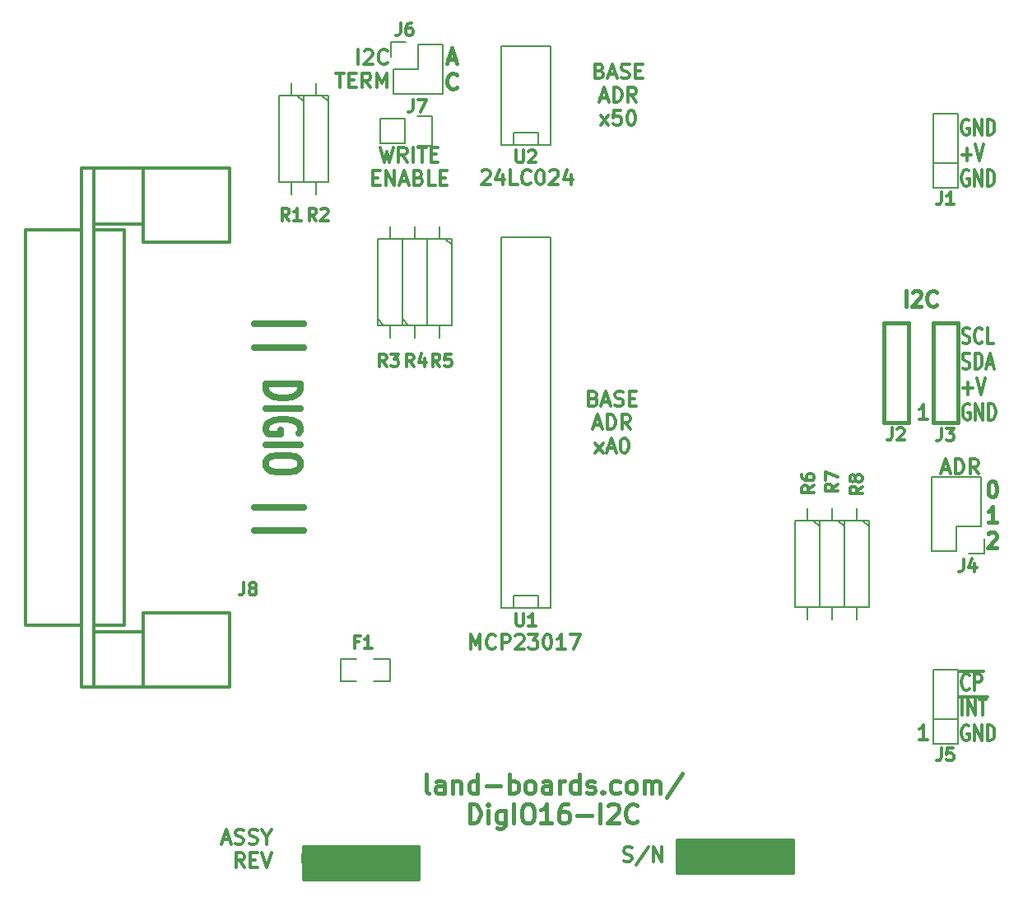
<source format=gto>
G04 #@! TF.FileFunction,Legend,Top*
%FSLAX46Y46*%
G04 Gerber Fmt 4.6, Leading zero omitted, Abs format (unit mm)*
G04 Created by KiCad (PCBNEW (after 2015-mar-04 BZR unknown)-product) date 4/25/2015 5:34:19 PM*
%MOMM*%
G01*
G04 APERTURE LIST*
%ADD10C,0.150000*%
%ADD11C,0.300000*%
%ADD12C,0.396875*%
%ADD13C,0.381000*%
%ADD14C,0.635000*%
%ADD15C,0.304800*%
%ADD16C,0.152400*%
%ADD17C,0.127000*%
%ADD18C,0.317500*%
G04 APERTURE END LIST*
D10*
D11*
X120782000Y-83679571D02*
X121139143Y-85179571D01*
X121424857Y-84108143D01*
X121710571Y-85179571D01*
X122067714Y-83679571D01*
X123496286Y-85179571D02*
X122996286Y-84465286D01*
X122639143Y-85179571D02*
X122639143Y-83679571D01*
X123210571Y-83679571D01*
X123353429Y-83751000D01*
X123424857Y-83822429D01*
X123496286Y-83965286D01*
X123496286Y-84179571D01*
X123424857Y-84322429D01*
X123353429Y-84393857D01*
X123210571Y-84465286D01*
X122639143Y-84465286D01*
X124139143Y-85179571D02*
X124139143Y-83679571D01*
X124639143Y-83679571D02*
X125496286Y-83679571D01*
X125067715Y-85179571D02*
X125067715Y-83679571D01*
X125996286Y-84393857D02*
X126496286Y-84393857D01*
X126710572Y-85179571D02*
X125996286Y-85179571D01*
X125996286Y-83679571D01*
X126710572Y-83679571D01*
X119996286Y-86793857D02*
X120496286Y-86793857D01*
X120710572Y-87579571D02*
X119996286Y-87579571D01*
X119996286Y-86079571D01*
X120710572Y-86079571D01*
X121353429Y-87579571D02*
X121353429Y-86079571D01*
X122210572Y-87579571D01*
X122210572Y-86079571D01*
X122853429Y-87151000D02*
X123567715Y-87151000D01*
X122710572Y-87579571D02*
X123210572Y-86079571D01*
X123710572Y-87579571D01*
X124710572Y-86793857D02*
X124924858Y-86865286D01*
X124996286Y-86936714D01*
X125067715Y-87079571D01*
X125067715Y-87293857D01*
X124996286Y-87436714D01*
X124924858Y-87508143D01*
X124782000Y-87579571D01*
X124210572Y-87579571D01*
X124210572Y-86079571D01*
X124710572Y-86079571D01*
X124853429Y-86151000D01*
X124924858Y-86222429D01*
X124996286Y-86365286D01*
X124996286Y-86508143D01*
X124924858Y-86651000D01*
X124853429Y-86722429D01*
X124710572Y-86793857D01*
X124210572Y-86793857D01*
X126424858Y-87579571D02*
X125710572Y-87579571D01*
X125710572Y-86079571D01*
X126924858Y-86793857D02*
X127424858Y-86793857D01*
X127639144Y-87579571D02*
X126924858Y-87579571D01*
X126924858Y-86079571D01*
X127639144Y-86079571D01*
X131204144Y-86165429D02*
X131275573Y-86094000D01*
X131418430Y-86022571D01*
X131775573Y-86022571D01*
X131918430Y-86094000D01*
X131989859Y-86165429D01*
X132061287Y-86308286D01*
X132061287Y-86451143D01*
X131989859Y-86665429D01*
X131132716Y-87522571D01*
X132061287Y-87522571D01*
X133347001Y-86522571D02*
X133347001Y-87522571D01*
X132989858Y-85951143D02*
X132632715Y-87022571D01*
X133561287Y-87022571D01*
X134847001Y-87522571D02*
X134132715Y-87522571D01*
X134132715Y-86022571D01*
X136204144Y-87379714D02*
X136132715Y-87451143D01*
X135918429Y-87522571D01*
X135775572Y-87522571D01*
X135561287Y-87451143D01*
X135418429Y-87308286D01*
X135347001Y-87165429D01*
X135275572Y-86879714D01*
X135275572Y-86665429D01*
X135347001Y-86379714D01*
X135418429Y-86236857D01*
X135561287Y-86094000D01*
X135775572Y-86022571D01*
X135918429Y-86022571D01*
X136132715Y-86094000D01*
X136204144Y-86165429D01*
X137132715Y-86022571D02*
X137275572Y-86022571D01*
X137418429Y-86094000D01*
X137489858Y-86165429D01*
X137561287Y-86308286D01*
X137632715Y-86594000D01*
X137632715Y-86951143D01*
X137561287Y-87236857D01*
X137489858Y-87379714D01*
X137418429Y-87451143D01*
X137275572Y-87522571D01*
X137132715Y-87522571D01*
X136989858Y-87451143D01*
X136918429Y-87379714D01*
X136847001Y-87236857D01*
X136775572Y-86951143D01*
X136775572Y-86594000D01*
X136847001Y-86308286D01*
X136918429Y-86165429D01*
X136989858Y-86094000D01*
X137132715Y-86022571D01*
X138204143Y-86165429D02*
X138275572Y-86094000D01*
X138418429Y-86022571D01*
X138775572Y-86022571D01*
X138918429Y-86094000D01*
X138989858Y-86165429D01*
X139061286Y-86308286D01*
X139061286Y-86451143D01*
X138989858Y-86665429D01*
X138132715Y-87522571D01*
X139061286Y-87522571D01*
X140347000Y-86522571D02*
X140347000Y-87522571D01*
X139989857Y-85951143D02*
X139632714Y-87022571D01*
X140561286Y-87022571D01*
X130021573Y-135274571D02*
X130021573Y-133774571D01*
X130521573Y-134846000D01*
X131021573Y-133774571D01*
X131021573Y-135274571D01*
X132593002Y-135131714D02*
X132521573Y-135203143D01*
X132307287Y-135274571D01*
X132164430Y-135274571D01*
X131950145Y-135203143D01*
X131807287Y-135060286D01*
X131735859Y-134917429D01*
X131664430Y-134631714D01*
X131664430Y-134417429D01*
X131735859Y-134131714D01*
X131807287Y-133988857D01*
X131950145Y-133846000D01*
X132164430Y-133774571D01*
X132307287Y-133774571D01*
X132521573Y-133846000D01*
X132593002Y-133917429D01*
X133235859Y-135274571D02*
X133235859Y-133774571D01*
X133807287Y-133774571D01*
X133950145Y-133846000D01*
X134021573Y-133917429D01*
X134093002Y-134060286D01*
X134093002Y-134274571D01*
X134021573Y-134417429D01*
X133950145Y-134488857D01*
X133807287Y-134560286D01*
X133235859Y-134560286D01*
X134664430Y-133917429D02*
X134735859Y-133846000D01*
X134878716Y-133774571D01*
X135235859Y-133774571D01*
X135378716Y-133846000D01*
X135450145Y-133917429D01*
X135521573Y-134060286D01*
X135521573Y-134203143D01*
X135450145Y-134417429D01*
X134593002Y-135274571D01*
X135521573Y-135274571D01*
X136021573Y-133774571D02*
X136950144Y-133774571D01*
X136450144Y-134346000D01*
X136664430Y-134346000D01*
X136807287Y-134417429D01*
X136878716Y-134488857D01*
X136950144Y-134631714D01*
X136950144Y-134988857D01*
X136878716Y-135131714D01*
X136807287Y-135203143D01*
X136664430Y-135274571D01*
X136235858Y-135274571D01*
X136093001Y-135203143D01*
X136021573Y-135131714D01*
X137878715Y-133774571D02*
X138021572Y-133774571D01*
X138164429Y-133846000D01*
X138235858Y-133917429D01*
X138307287Y-134060286D01*
X138378715Y-134346000D01*
X138378715Y-134703143D01*
X138307287Y-134988857D01*
X138235858Y-135131714D01*
X138164429Y-135203143D01*
X138021572Y-135274571D01*
X137878715Y-135274571D01*
X137735858Y-135203143D01*
X137664429Y-135131714D01*
X137593001Y-134988857D01*
X137521572Y-134703143D01*
X137521572Y-134346000D01*
X137593001Y-134060286D01*
X137664429Y-133917429D01*
X137735858Y-133846000D01*
X137878715Y-133774571D01*
X139807286Y-135274571D02*
X138950143Y-135274571D01*
X139378715Y-135274571D02*
X139378715Y-133774571D01*
X139235858Y-133988857D01*
X139093000Y-134131714D01*
X138950143Y-134203143D01*
X140307286Y-133774571D02*
X141307286Y-133774571D01*
X140664429Y-135274571D01*
D12*
X127722024Y-74622896D02*
X128477976Y-74622896D01*
X127570833Y-75076468D02*
X128100000Y-73488968D01*
X128629167Y-75076468D01*
X128591369Y-77544652D02*
X128515774Y-77620248D01*
X128288988Y-77695843D01*
X128137798Y-77695843D01*
X127911012Y-77620248D01*
X127759821Y-77469057D01*
X127684226Y-77317867D01*
X127608631Y-77015486D01*
X127608631Y-76788700D01*
X127684226Y-76486319D01*
X127759821Y-76335128D01*
X127911012Y-76183938D01*
X128137798Y-76108343D01*
X128288988Y-76108343D01*
X128515774Y-76183938D01*
X128591369Y-76259533D01*
D11*
X118464286Y-75146571D02*
X118464286Y-73646571D01*
X119107143Y-73789429D02*
X119178572Y-73718000D01*
X119321429Y-73646571D01*
X119678572Y-73646571D01*
X119821429Y-73718000D01*
X119892858Y-73789429D01*
X119964286Y-73932286D01*
X119964286Y-74075143D01*
X119892858Y-74289429D01*
X119035715Y-75146571D01*
X119964286Y-75146571D01*
X121464286Y-75003714D02*
X121392857Y-75075143D01*
X121178571Y-75146571D01*
X121035714Y-75146571D01*
X120821429Y-75075143D01*
X120678571Y-74932286D01*
X120607143Y-74789429D01*
X120535714Y-74503714D01*
X120535714Y-74289429D01*
X120607143Y-74003714D01*
X120678571Y-73860857D01*
X120821429Y-73718000D01*
X121035714Y-73646571D01*
X121178571Y-73646571D01*
X121392857Y-73718000D01*
X121464286Y-73789429D01*
X116178571Y-76046571D02*
X117035714Y-76046571D01*
X116607143Y-77546571D02*
X116607143Y-76046571D01*
X117535714Y-76760857D02*
X118035714Y-76760857D01*
X118250000Y-77546571D02*
X117535714Y-77546571D01*
X117535714Y-76046571D01*
X118250000Y-76046571D01*
X119750000Y-77546571D02*
X119250000Y-76832286D01*
X118892857Y-77546571D02*
X118892857Y-76046571D01*
X119464285Y-76046571D01*
X119607143Y-76118000D01*
X119678571Y-76189429D01*
X119750000Y-76332286D01*
X119750000Y-76546571D01*
X119678571Y-76689429D01*
X119607143Y-76760857D01*
X119464285Y-76832286D01*
X118892857Y-76832286D01*
X120392857Y-77546571D02*
X120392857Y-76046571D01*
X120892857Y-77118000D01*
X121392857Y-76046571D01*
X121392857Y-77546571D01*
X142681429Y-109482857D02*
X142895715Y-109554286D01*
X142967143Y-109625714D01*
X143038572Y-109768571D01*
X143038572Y-109982857D01*
X142967143Y-110125714D01*
X142895715Y-110197143D01*
X142752857Y-110268571D01*
X142181429Y-110268571D01*
X142181429Y-108768571D01*
X142681429Y-108768571D01*
X142824286Y-108840000D01*
X142895715Y-108911429D01*
X142967143Y-109054286D01*
X142967143Y-109197143D01*
X142895715Y-109340000D01*
X142824286Y-109411429D01*
X142681429Y-109482857D01*
X142181429Y-109482857D01*
X143610000Y-109840000D02*
X144324286Y-109840000D01*
X143467143Y-110268571D02*
X143967143Y-108768571D01*
X144467143Y-110268571D01*
X144895714Y-110197143D02*
X145110000Y-110268571D01*
X145467143Y-110268571D01*
X145610000Y-110197143D01*
X145681429Y-110125714D01*
X145752857Y-109982857D01*
X145752857Y-109840000D01*
X145681429Y-109697143D01*
X145610000Y-109625714D01*
X145467143Y-109554286D01*
X145181429Y-109482857D01*
X145038571Y-109411429D01*
X144967143Y-109340000D01*
X144895714Y-109197143D01*
X144895714Y-109054286D01*
X144967143Y-108911429D01*
X145038571Y-108840000D01*
X145181429Y-108768571D01*
X145538571Y-108768571D01*
X145752857Y-108840000D01*
X146395714Y-109482857D02*
X146895714Y-109482857D01*
X147110000Y-110268571D02*
X146395714Y-110268571D01*
X146395714Y-108768571D01*
X147110000Y-108768571D01*
X142752857Y-112240000D02*
X143467143Y-112240000D01*
X142610000Y-112668571D02*
X143110000Y-111168571D01*
X143610000Y-112668571D01*
X144110000Y-112668571D02*
X144110000Y-111168571D01*
X144467143Y-111168571D01*
X144681428Y-111240000D01*
X144824286Y-111382857D01*
X144895714Y-111525714D01*
X144967143Y-111811429D01*
X144967143Y-112025714D01*
X144895714Y-112311429D01*
X144824286Y-112454286D01*
X144681428Y-112597143D01*
X144467143Y-112668571D01*
X144110000Y-112668571D01*
X146467143Y-112668571D02*
X145967143Y-111954286D01*
X145610000Y-112668571D02*
X145610000Y-111168571D01*
X146181428Y-111168571D01*
X146324286Y-111240000D01*
X146395714Y-111311429D01*
X146467143Y-111454286D01*
X146467143Y-111668571D01*
X146395714Y-111811429D01*
X146324286Y-111882857D01*
X146181428Y-111954286D01*
X145610000Y-111954286D01*
X142860001Y-115068571D02*
X143645715Y-114068571D01*
X142860001Y-114068571D02*
X143645715Y-115068571D01*
X144145715Y-114640000D02*
X144860001Y-114640000D01*
X144002858Y-115068571D02*
X144502858Y-113568571D01*
X145002858Y-115068571D01*
X145788572Y-113568571D02*
X145931429Y-113568571D01*
X146074286Y-113640000D01*
X146145715Y-113711429D01*
X146217144Y-113854286D01*
X146288572Y-114140000D01*
X146288572Y-114497143D01*
X146217144Y-114782857D01*
X146145715Y-114925714D01*
X146074286Y-114997143D01*
X145931429Y-115068571D01*
X145788572Y-115068571D01*
X145645715Y-114997143D01*
X145574286Y-114925714D01*
X145502858Y-114782857D01*
X145431429Y-114497143D01*
X145431429Y-114140000D01*
X145502858Y-113854286D01*
X145574286Y-113711429D01*
X145645715Y-113640000D01*
X145788572Y-113568571D01*
X178550714Y-116812000D02*
X179265000Y-116812000D01*
X178407857Y-117240571D02*
X178907857Y-115740571D01*
X179407857Y-117240571D01*
X179907857Y-117240571D02*
X179907857Y-115740571D01*
X180265000Y-115740571D01*
X180479285Y-115812000D01*
X180622143Y-115954857D01*
X180693571Y-116097714D01*
X180765000Y-116383429D01*
X180765000Y-116597714D01*
X180693571Y-116883429D01*
X180622143Y-117026286D01*
X180479285Y-117169143D01*
X180265000Y-117240571D01*
X179907857Y-117240571D01*
X182265000Y-117240571D02*
X181765000Y-116526286D01*
X181407857Y-117240571D02*
X181407857Y-115740571D01*
X181979285Y-115740571D01*
X182122143Y-115812000D01*
X182193571Y-115883429D01*
X182265000Y-116026286D01*
X182265000Y-116240571D01*
X182193571Y-116383429D01*
X182122143Y-116454857D01*
X181979285Y-116526286D01*
X181407857Y-116526286D01*
X177042572Y-144545571D02*
X176185429Y-144545571D01*
X176614001Y-144545571D02*
X176614001Y-143045571D01*
X176471144Y-143259857D01*
X176328286Y-143402714D01*
X176185429Y-143474143D01*
X177042572Y-111652571D02*
X176185429Y-111652571D01*
X176614001Y-111652571D02*
X176614001Y-110152571D01*
X176471144Y-110366857D01*
X176328286Y-110509714D01*
X176185429Y-110581143D01*
X181264619Y-80867100D02*
X181143667Y-80788481D01*
X180962238Y-80788481D01*
X180780810Y-80867100D01*
X180659857Y-81024338D01*
X180599381Y-81181576D01*
X180538905Y-81496052D01*
X180538905Y-81731910D01*
X180599381Y-82046386D01*
X180659857Y-82203624D01*
X180780810Y-82360862D01*
X180962238Y-82439481D01*
X181083190Y-82439481D01*
X181264619Y-82360862D01*
X181325095Y-82282243D01*
X181325095Y-81731910D01*
X181083190Y-81731910D01*
X181869381Y-82439481D02*
X181869381Y-80788481D01*
X182595095Y-82439481D01*
X182595095Y-80788481D01*
X183199857Y-82439481D02*
X183199857Y-80788481D01*
X183502238Y-80788481D01*
X183683666Y-80867100D01*
X183804619Y-81024338D01*
X183865095Y-81181576D01*
X183925571Y-81496052D01*
X183925571Y-81731910D01*
X183865095Y-82046386D01*
X183804619Y-82203624D01*
X183683666Y-82360862D01*
X183502238Y-82439481D01*
X183199857Y-82439481D01*
X180599381Y-84421929D02*
X181567000Y-84421929D01*
X181083190Y-85050881D02*
X181083190Y-83792976D01*
X181990333Y-83399881D02*
X182413667Y-85050881D01*
X182837000Y-83399881D01*
X181264619Y-86089900D02*
X181143667Y-86011281D01*
X180962238Y-86011281D01*
X180780810Y-86089900D01*
X180659857Y-86247138D01*
X180599381Y-86404376D01*
X180538905Y-86718852D01*
X180538905Y-86954710D01*
X180599381Y-87269186D01*
X180659857Y-87426424D01*
X180780810Y-87583662D01*
X180962238Y-87662281D01*
X181083190Y-87662281D01*
X181264619Y-87583662D01*
X181325095Y-87505043D01*
X181325095Y-86954710D01*
X181083190Y-86954710D01*
X181869381Y-87662281D02*
X181869381Y-86011281D01*
X182595095Y-87662281D01*
X182595095Y-86011281D01*
X183199857Y-87662281D02*
X183199857Y-86011281D01*
X183502238Y-86011281D01*
X183683666Y-86089900D01*
X183804619Y-86247138D01*
X183865095Y-86404376D01*
X183925571Y-86718852D01*
X183925571Y-86954710D01*
X183865095Y-87269186D01*
X183804619Y-87426424D01*
X183683666Y-87583662D01*
X183502238Y-87662281D01*
X183199857Y-87662281D01*
X181325095Y-139305243D02*
X181264619Y-139383862D01*
X181083190Y-139462481D01*
X180962238Y-139462481D01*
X180780810Y-139383862D01*
X180659857Y-139226624D01*
X180599381Y-139069386D01*
X180538905Y-138754910D01*
X180538905Y-138519052D01*
X180599381Y-138204576D01*
X180659857Y-138047338D01*
X180780810Y-137890100D01*
X180962238Y-137811481D01*
X181083190Y-137811481D01*
X181264619Y-137890100D01*
X181325095Y-137968719D01*
X181869381Y-139462481D02*
X181869381Y-137811481D01*
X182353190Y-137811481D01*
X182474143Y-137890100D01*
X182534619Y-137968719D01*
X182595095Y-138125957D01*
X182595095Y-138361814D01*
X182534619Y-138519052D01*
X182474143Y-138597671D01*
X182353190Y-138676290D01*
X181869381Y-138676290D01*
X180297000Y-137526880D02*
X182837000Y-137526880D01*
X180599381Y-142073881D02*
X180599381Y-140422881D01*
X181204143Y-142073881D02*
X181204143Y-140422881D01*
X181929857Y-142073881D01*
X181929857Y-140422881D01*
X182353190Y-140422881D02*
X183078905Y-140422881D01*
X182716048Y-142073881D02*
X182716048Y-140422881D01*
X180297000Y-140138280D02*
X183199857Y-140138280D01*
X181264619Y-143112900D02*
X181143667Y-143034281D01*
X180962238Y-143034281D01*
X180780810Y-143112900D01*
X180659857Y-143270138D01*
X180599381Y-143427376D01*
X180538905Y-143741852D01*
X180538905Y-143977710D01*
X180599381Y-144292186D01*
X180659857Y-144449424D01*
X180780810Y-144606662D01*
X180962238Y-144685281D01*
X181083190Y-144685281D01*
X181264619Y-144606662D01*
X181325095Y-144528043D01*
X181325095Y-143977710D01*
X181083190Y-143977710D01*
X181869381Y-144685281D02*
X181869381Y-143034281D01*
X182595095Y-144685281D01*
X182595095Y-143034281D01*
X183199857Y-144685281D02*
X183199857Y-143034281D01*
X183502238Y-143034281D01*
X183683666Y-143112900D01*
X183804619Y-143270138D01*
X183865095Y-143427376D01*
X183925571Y-143741852D01*
X183925571Y-143977710D01*
X183865095Y-144292186D01*
X183804619Y-144449424D01*
X183683666Y-144606662D01*
X183502238Y-144685281D01*
X183199857Y-144685281D01*
X143316429Y-75827857D02*
X143530715Y-75899286D01*
X143602143Y-75970714D01*
X143673572Y-76113571D01*
X143673572Y-76327857D01*
X143602143Y-76470714D01*
X143530715Y-76542143D01*
X143387857Y-76613571D01*
X142816429Y-76613571D01*
X142816429Y-75113571D01*
X143316429Y-75113571D01*
X143459286Y-75185000D01*
X143530715Y-75256429D01*
X143602143Y-75399286D01*
X143602143Y-75542143D01*
X143530715Y-75685000D01*
X143459286Y-75756429D01*
X143316429Y-75827857D01*
X142816429Y-75827857D01*
X144245000Y-76185000D02*
X144959286Y-76185000D01*
X144102143Y-76613571D02*
X144602143Y-75113571D01*
X145102143Y-76613571D01*
X145530714Y-76542143D02*
X145745000Y-76613571D01*
X146102143Y-76613571D01*
X146245000Y-76542143D01*
X146316429Y-76470714D01*
X146387857Y-76327857D01*
X146387857Y-76185000D01*
X146316429Y-76042143D01*
X146245000Y-75970714D01*
X146102143Y-75899286D01*
X145816429Y-75827857D01*
X145673571Y-75756429D01*
X145602143Y-75685000D01*
X145530714Y-75542143D01*
X145530714Y-75399286D01*
X145602143Y-75256429D01*
X145673571Y-75185000D01*
X145816429Y-75113571D01*
X146173571Y-75113571D01*
X146387857Y-75185000D01*
X147030714Y-75827857D02*
X147530714Y-75827857D01*
X147745000Y-76613571D02*
X147030714Y-76613571D01*
X147030714Y-75113571D01*
X147745000Y-75113571D01*
X143387857Y-78585000D02*
X144102143Y-78585000D01*
X143245000Y-79013571D02*
X143745000Y-77513571D01*
X144245000Y-79013571D01*
X144745000Y-79013571D02*
X144745000Y-77513571D01*
X145102143Y-77513571D01*
X145316428Y-77585000D01*
X145459286Y-77727857D01*
X145530714Y-77870714D01*
X145602143Y-78156429D01*
X145602143Y-78370714D01*
X145530714Y-78656429D01*
X145459286Y-78799286D01*
X145316428Y-78942143D01*
X145102143Y-79013571D01*
X144745000Y-79013571D01*
X147102143Y-79013571D02*
X146602143Y-78299286D01*
X146245000Y-79013571D02*
X146245000Y-77513571D01*
X146816428Y-77513571D01*
X146959286Y-77585000D01*
X147030714Y-77656429D01*
X147102143Y-77799286D01*
X147102143Y-78013571D01*
X147030714Y-78156429D01*
X146959286Y-78227857D01*
X146816428Y-78299286D01*
X146245000Y-78299286D01*
X143423572Y-81413571D02*
X144209286Y-80413571D01*
X143423572Y-80413571D02*
X144209286Y-81413571D01*
X145495001Y-79913571D02*
X144780715Y-79913571D01*
X144709286Y-80627857D01*
X144780715Y-80556429D01*
X144923572Y-80485000D01*
X145280715Y-80485000D01*
X145423572Y-80556429D01*
X145495001Y-80627857D01*
X145566429Y-80770714D01*
X145566429Y-81127857D01*
X145495001Y-81270714D01*
X145423572Y-81342143D01*
X145280715Y-81413571D01*
X144923572Y-81413571D01*
X144780715Y-81342143D01*
X144709286Y-81270714D01*
X146495000Y-79913571D02*
X146637857Y-79913571D01*
X146780714Y-79985000D01*
X146852143Y-80056429D01*
X146923572Y-80199286D01*
X146995000Y-80485000D01*
X146995000Y-80842143D01*
X146923572Y-81127857D01*
X146852143Y-81270714D01*
X146780714Y-81342143D01*
X146637857Y-81413571D01*
X146495000Y-81413571D01*
X146352143Y-81342143D01*
X146280714Y-81270714D01*
X146209286Y-81127857D01*
X146137857Y-80842143D01*
X146137857Y-80485000D01*
X146209286Y-80199286D01*
X146280714Y-80056429D01*
X146352143Y-79985000D01*
X146495000Y-79913571D01*
D13*
X125768645Y-150062786D02*
X125587217Y-149972071D01*
X125496502Y-149790643D01*
X125496502Y-148157786D01*
X127310788Y-150062786D02*
X127310788Y-149064929D01*
X127220074Y-148883500D01*
X127038645Y-148792786D01*
X126675788Y-148792786D01*
X126494359Y-148883500D01*
X127310788Y-149972071D02*
X127129359Y-150062786D01*
X126675788Y-150062786D01*
X126494359Y-149972071D01*
X126403645Y-149790643D01*
X126403645Y-149609214D01*
X126494359Y-149427786D01*
X126675788Y-149337071D01*
X127129359Y-149337071D01*
X127310788Y-149246357D01*
X128217930Y-148792786D02*
X128217930Y-150062786D01*
X128217930Y-148974214D02*
X128308645Y-148883500D01*
X128490073Y-148792786D01*
X128762216Y-148792786D01*
X128943645Y-148883500D01*
X129034359Y-149064929D01*
X129034359Y-150062786D01*
X130757930Y-150062786D02*
X130757930Y-148157786D01*
X130757930Y-149972071D02*
X130576501Y-150062786D01*
X130213644Y-150062786D01*
X130032216Y-149972071D01*
X129941501Y-149881357D01*
X129850787Y-149699929D01*
X129850787Y-149155643D01*
X129941501Y-148974214D01*
X130032216Y-148883500D01*
X130213644Y-148792786D01*
X130576501Y-148792786D01*
X130757930Y-148883500D01*
X131665072Y-149337071D02*
X133116501Y-149337071D01*
X134023643Y-150062786D02*
X134023643Y-148157786D01*
X134023643Y-148883500D02*
X134205072Y-148792786D01*
X134567929Y-148792786D01*
X134749358Y-148883500D01*
X134840072Y-148974214D01*
X134930786Y-149155643D01*
X134930786Y-149699929D01*
X134840072Y-149881357D01*
X134749358Y-149972071D01*
X134567929Y-150062786D01*
X134205072Y-150062786D01*
X134023643Y-149972071D01*
X136019357Y-150062786D02*
X135837929Y-149972071D01*
X135747214Y-149881357D01*
X135656500Y-149699929D01*
X135656500Y-149155643D01*
X135747214Y-148974214D01*
X135837929Y-148883500D01*
X136019357Y-148792786D01*
X136291500Y-148792786D01*
X136472929Y-148883500D01*
X136563643Y-148974214D01*
X136654357Y-149155643D01*
X136654357Y-149699929D01*
X136563643Y-149881357D01*
X136472929Y-149972071D01*
X136291500Y-150062786D01*
X136019357Y-150062786D01*
X138287214Y-150062786D02*
X138287214Y-149064929D01*
X138196500Y-148883500D01*
X138015071Y-148792786D01*
X137652214Y-148792786D01*
X137470785Y-148883500D01*
X138287214Y-149972071D02*
X138105785Y-150062786D01*
X137652214Y-150062786D01*
X137470785Y-149972071D01*
X137380071Y-149790643D01*
X137380071Y-149609214D01*
X137470785Y-149427786D01*
X137652214Y-149337071D01*
X138105785Y-149337071D01*
X138287214Y-149246357D01*
X139194356Y-150062786D02*
X139194356Y-148792786D01*
X139194356Y-149155643D02*
X139285071Y-148974214D01*
X139375785Y-148883500D01*
X139557214Y-148792786D01*
X139738642Y-148792786D01*
X141190071Y-150062786D02*
X141190071Y-148157786D01*
X141190071Y-149972071D02*
X141008642Y-150062786D01*
X140645785Y-150062786D01*
X140464357Y-149972071D01*
X140373642Y-149881357D01*
X140282928Y-149699929D01*
X140282928Y-149155643D01*
X140373642Y-148974214D01*
X140464357Y-148883500D01*
X140645785Y-148792786D01*
X141008642Y-148792786D01*
X141190071Y-148883500D01*
X142006499Y-149972071D02*
X142187928Y-150062786D01*
X142550785Y-150062786D01*
X142732213Y-149972071D01*
X142822928Y-149790643D01*
X142822928Y-149699929D01*
X142732213Y-149518500D01*
X142550785Y-149427786D01*
X142278642Y-149427786D01*
X142097213Y-149337071D01*
X142006499Y-149155643D01*
X142006499Y-149064929D01*
X142097213Y-148883500D01*
X142278642Y-148792786D01*
X142550785Y-148792786D01*
X142732213Y-148883500D01*
X143639356Y-149881357D02*
X143730071Y-149972071D01*
X143639356Y-150062786D01*
X143548642Y-149972071D01*
X143639356Y-149881357D01*
X143639356Y-150062786D01*
X145362928Y-149972071D02*
X145181499Y-150062786D01*
X144818642Y-150062786D01*
X144637214Y-149972071D01*
X144546499Y-149881357D01*
X144455785Y-149699929D01*
X144455785Y-149155643D01*
X144546499Y-148974214D01*
X144637214Y-148883500D01*
X144818642Y-148792786D01*
X145181499Y-148792786D01*
X145362928Y-148883500D01*
X146451499Y-150062786D02*
X146270071Y-149972071D01*
X146179356Y-149881357D01*
X146088642Y-149699929D01*
X146088642Y-149155643D01*
X146179356Y-148974214D01*
X146270071Y-148883500D01*
X146451499Y-148792786D01*
X146723642Y-148792786D01*
X146905071Y-148883500D01*
X146995785Y-148974214D01*
X147086499Y-149155643D01*
X147086499Y-149699929D01*
X146995785Y-149881357D01*
X146905071Y-149972071D01*
X146723642Y-150062786D01*
X146451499Y-150062786D01*
X147902927Y-150062786D02*
X147902927Y-148792786D01*
X147902927Y-148974214D02*
X147993642Y-148883500D01*
X148175070Y-148792786D01*
X148447213Y-148792786D01*
X148628642Y-148883500D01*
X148719356Y-149064929D01*
X148719356Y-150062786D01*
X148719356Y-149064929D02*
X148810070Y-148883500D01*
X148991499Y-148792786D01*
X149263642Y-148792786D01*
X149445070Y-148883500D01*
X149535785Y-149064929D01*
X149535785Y-150062786D01*
X151803642Y-148067071D02*
X150170785Y-150516357D01*
X129941500Y-153110786D02*
X129941500Y-151205786D01*
X130395072Y-151205786D01*
X130667215Y-151296500D01*
X130848643Y-151477929D01*
X130939358Y-151659357D01*
X131030072Y-152022214D01*
X131030072Y-152294357D01*
X130939358Y-152657214D01*
X130848643Y-152838643D01*
X130667215Y-153020071D01*
X130395072Y-153110786D01*
X129941500Y-153110786D01*
X131846500Y-153110786D02*
X131846500Y-151840786D01*
X131846500Y-151205786D02*
X131755786Y-151296500D01*
X131846500Y-151387214D01*
X131937215Y-151296500D01*
X131846500Y-151205786D01*
X131846500Y-151387214D01*
X133570072Y-151840786D02*
X133570072Y-153382929D01*
X133479358Y-153564357D01*
X133388643Y-153655071D01*
X133207215Y-153745786D01*
X132935072Y-153745786D01*
X132753643Y-153655071D01*
X133570072Y-153020071D02*
X133388643Y-153110786D01*
X133025786Y-153110786D01*
X132844358Y-153020071D01*
X132753643Y-152929357D01*
X132662929Y-152747929D01*
X132662929Y-152203643D01*
X132753643Y-152022214D01*
X132844358Y-151931500D01*
X133025786Y-151840786D01*
X133388643Y-151840786D01*
X133570072Y-151931500D01*
X134477214Y-153110786D02*
X134477214Y-151205786D01*
X135747215Y-151205786D02*
X136110072Y-151205786D01*
X136291500Y-151296500D01*
X136472929Y-151477929D01*
X136563643Y-151840786D01*
X136563643Y-152475786D01*
X136472929Y-152838643D01*
X136291500Y-153020071D01*
X136110072Y-153110786D01*
X135747215Y-153110786D01*
X135565786Y-153020071D01*
X135384357Y-152838643D01*
X135293643Y-152475786D01*
X135293643Y-151840786D01*
X135384357Y-151477929D01*
X135565786Y-151296500D01*
X135747215Y-151205786D01*
X138377929Y-153110786D02*
X137289357Y-153110786D01*
X137833643Y-153110786D02*
X137833643Y-151205786D01*
X137652214Y-151477929D01*
X137470786Y-151659357D01*
X137289357Y-151750071D01*
X140010786Y-151205786D02*
X139647929Y-151205786D01*
X139466500Y-151296500D01*
X139375786Y-151387214D01*
X139194357Y-151659357D01*
X139103643Y-152022214D01*
X139103643Y-152747929D01*
X139194357Y-152929357D01*
X139285072Y-153020071D01*
X139466500Y-153110786D01*
X139829357Y-153110786D01*
X140010786Y-153020071D01*
X140101500Y-152929357D01*
X140192215Y-152747929D01*
X140192215Y-152294357D01*
X140101500Y-152112929D01*
X140010786Y-152022214D01*
X139829357Y-151931500D01*
X139466500Y-151931500D01*
X139285072Y-152022214D01*
X139194357Y-152112929D01*
X139103643Y-152294357D01*
X141008643Y-152385071D02*
X142460072Y-152385071D01*
X143367214Y-153110786D02*
X143367214Y-151205786D01*
X144183643Y-151387214D02*
X144274357Y-151296500D01*
X144455786Y-151205786D01*
X144909357Y-151205786D01*
X145090786Y-151296500D01*
X145181500Y-151387214D01*
X145272215Y-151568643D01*
X145272215Y-151750071D01*
X145181500Y-152022214D01*
X144092929Y-153110786D01*
X145272215Y-153110786D01*
X147177215Y-152929357D02*
X147086501Y-153020071D01*
X146814358Y-153110786D01*
X146632929Y-153110786D01*
X146360786Y-153020071D01*
X146179358Y-152838643D01*
X146088643Y-152657214D01*
X145997929Y-152294357D01*
X145997929Y-152022214D01*
X146088643Y-151659357D01*
X146179358Y-151477929D01*
X146360786Y-151296500D01*
X146632929Y-151205786D01*
X146814358Y-151205786D01*
X147086501Y-151296500D01*
X147177215Y-151387214D01*
D11*
X145785285Y-157047143D02*
X145999571Y-157118571D01*
X146356714Y-157118571D01*
X146499571Y-157047143D01*
X146571000Y-156975714D01*
X146642428Y-156832857D01*
X146642428Y-156690000D01*
X146571000Y-156547143D01*
X146499571Y-156475714D01*
X146356714Y-156404286D01*
X146071000Y-156332857D01*
X145928142Y-156261429D01*
X145856714Y-156190000D01*
X145785285Y-156047143D01*
X145785285Y-155904286D01*
X145856714Y-155761429D01*
X145928142Y-155690000D01*
X146071000Y-155618571D01*
X146428142Y-155618571D01*
X146642428Y-155690000D01*
X148356713Y-155547143D02*
X147070999Y-157475714D01*
X148856714Y-157118571D02*
X148856714Y-155618571D01*
X149713857Y-157118571D01*
X149713857Y-155618571D01*
D12*
X174810298Y-100008155D02*
X174810298Y-98420655D01*
X175490655Y-98571845D02*
X175566250Y-98496250D01*
X175717441Y-98420655D01*
X176095417Y-98420655D01*
X176246607Y-98496250D01*
X176322203Y-98571845D01*
X176397798Y-98723036D01*
X176397798Y-98874226D01*
X176322203Y-99101012D01*
X175415060Y-100008155D01*
X176397798Y-100008155D01*
X177985298Y-99856964D02*
X177909703Y-99932560D01*
X177682917Y-100008155D01*
X177531727Y-100008155D01*
X177304941Y-99932560D01*
X177153750Y-99781369D01*
X177078155Y-99630179D01*
X177002560Y-99327798D01*
X177002560Y-99101012D01*
X177078155Y-98798631D01*
X177153750Y-98647440D01*
X177304941Y-98496250D01*
X177531727Y-98420655D01*
X177682917Y-98420655D01*
X177909703Y-98496250D01*
X177985298Y-98571845D01*
D11*
X180665905Y-103788162D02*
X180847333Y-103866781D01*
X181149714Y-103866781D01*
X181270667Y-103788162D01*
X181331143Y-103709543D01*
X181391619Y-103552305D01*
X181391619Y-103395067D01*
X181331143Y-103237829D01*
X181270667Y-103159210D01*
X181149714Y-103080590D01*
X180907810Y-103001971D01*
X180786857Y-102923352D01*
X180726381Y-102844733D01*
X180665905Y-102687495D01*
X180665905Y-102530257D01*
X180726381Y-102373019D01*
X180786857Y-102294400D01*
X180907810Y-102215781D01*
X181210190Y-102215781D01*
X181391619Y-102294400D01*
X182661619Y-103709543D02*
X182601143Y-103788162D01*
X182419714Y-103866781D01*
X182298762Y-103866781D01*
X182117334Y-103788162D01*
X181996381Y-103630924D01*
X181935905Y-103473686D01*
X181875429Y-103159210D01*
X181875429Y-102923352D01*
X181935905Y-102608876D01*
X181996381Y-102451638D01*
X182117334Y-102294400D01*
X182298762Y-102215781D01*
X182419714Y-102215781D01*
X182601143Y-102294400D01*
X182661619Y-102373019D01*
X183810667Y-103866781D02*
X183205905Y-103866781D01*
X183205905Y-102215781D01*
X180665905Y-106399562D02*
X180847333Y-106478181D01*
X181149714Y-106478181D01*
X181270667Y-106399562D01*
X181331143Y-106320943D01*
X181391619Y-106163705D01*
X181391619Y-106006467D01*
X181331143Y-105849229D01*
X181270667Y-105770610D01*
X181149714Y-105691990D01*
X180907810Y-105613371D01*
X180786857Y-105534752D01*
X180726381Y-105456133D01*
X180665905Y-105298895D01*
X180665905Y-105141657D01*
X180726381Y-104984419D01*
X180786857Y-104905800D01*
X180907810Y-104827181D01*
X181210190Y-104827181D01*
X181391619Y-104905800D01*
X181935905Y-106478181D02*
X181935905Y-104827181D01*
X182238286Y-104827181D01*
X182419714Y-104905800D01*
X182540667Y-105063038D01*
X182601143Y-105220276D01*
X182661619Y-105534752D01*
X182661619Y-105770610D01*
X182601143Y-106085086D01*
X182540667Y-106242324D01*
X182419714Y-106399562D01*
X182238286Y-106478181D01*
X181935905Y-106478181D01*
X183145429Y-106006467D02*
X183750191Y-106006467D01*
X183024476Y-106478181D02*
X183447810Y-104827181D01*
X183871143Y-106478181D01*
X180726381Y-108460629D02*
X181694000Y-108460629D01*
X181210190Y-109089581D02*
X181210190Y-107831676D01*
X182117333Y-107438581D02*
X182540667Y-109089581D01*
X182964000Y-107438581D01*
X181391619Y-110128600D02*
X181270667Y-110049981D01*
X181089238Y-110049981D01*
X180907810Y-110128600D01*
X180786857Y-110285838D01*
X180726381Y-110443076D01*
X180665905Y-110757552D01*
X180665905Y-110993410D01*
X180726381Y-111307886D01*
X180786857Y-111465124D01*
X180907810Y-111622362D01*
X181089238Y-111700981D01*
X181210190Y-111700981D01*
X181391619Y-111622362D01*
X181452095Y-111543743D01*
X181452095Y-110993410D01*
X181210190Y-110993410D01*
X181996381Y-111700981D02*
X181996381Y-110049981D01*
X182722095Y-111700981D01*
X182722095Y-110049981D01*
X183326857Y-111700981D02*
X183326857Y-110049981D01*
X183629238Y-110049981D01*
X183810666Y-110128600D01*
X183931619Y-110285838D01*
X183992095Y-110443076D01*
X184052571Y-110757552D01*
X184052571Y-110993410D01*
X183992095Y-111307886D01*
X183931619Y-111465124D01*
X183810666Y-111622362D01*
X183629238Y-111700981D01*
X183326857Y-111700981D01*
D12*
X183650405Y-118026280D02*
X183801596Y-118026280D01*
X183952786Y-118101875D01*
X184028381Y-118177470D01*
X184103977Y-118328661D01*
X184179572Y-118631042D01*
X184179572Y-119009018D01*
X184103977Y-119311399D01*
X184028381Y-119462589D01*
X183952786Y-119538185D01*
X183801596Y-119613780D01*
X183650405Y-119613780D01*
X183499215Y-119538185D01*
X183423619Y-119462589D01*
X183348024Y-119311399D01*
X183272429Y-119009018D01*
X183272429Y-118631042D01*
X183348024Y-118328661D01*
X183423619Y-118177470D01*
X183499215Y-118101875D01*
X183650405Y-118026280D01*
X184179572Y-122233155D02*
X183272429Y-122233155D01*
X183726000Y-122233155D02*
X183726000Y-120645655D01*
X183574810Y-120872440D01*
X183423619Y-121023631D01*
X183272429Y-121099226D01*
X183272429Y-123416220D02*
X183348024Y-123340625D01*
X183499215Y-123265030D01*
X183877191Y-123265030D01*
X184028381Y-123340625D01*
X184103977Y-123416220D01*
X184179572Y-123567411D01*
X184179572Y-123718601D01*
X184103977Y-123945387D01*
X183196834Y-124852530D01*
X184179572Y-124852530D01*
D14*
X107780000Y-101811856D02*
X112860000Y-101811856D01*
X107780000Y-104230904D02*
X112860000Y-104230904D01*
X108965333Y-107980428D02*
X112521333Y-107980428D01*
X112521333Y-108585190D01*
X112352000Y-108948047D01*
X112013333Y-109189952D01*
X111674667Y-109310904D01*
X110997333Y-109431856D01*
X110489333Y-109431856D01*
X109812000Y-109310904D01*
X109473333Y-109189952D01*
X109134667Y-108948047D01*
X108965333Y-108585190D01*
X108965333Y-107980428D01*
X108965333Y-110520428D02*
X112521333Y-110520428D01*
X112352000Y-113060428D02*
X112521333Y-112818523D01*
X112521333Y-112455666D01*
X112352000Y-112092809D01*
X112013333Y-111850904D01*
X111674667Y-111729952D01*
X110997333Y-111609000D01*
X110489333Y-111609000D01*
X109812000Y-111729952D01*
X109473333Y-111850904D01*
X109134667Y-112092809D01*
X108965333Y-112455666D01*
X108965333Y-112697571D01*
X109134667Y-113060428D01*
X109304000Y-113181380D01*
X110489333Y-113181380D01*
X110489333Y-112697571D01*
X108965333Y-114269952D02*
X112521333Y-114269952D01*
X112521333Y-115963285D02*
X112521333Y-116447095D01*
X112352000Y-116689000D01*
X112013333Y-116930904D01*
X111336000Y-117051857D01*
X110150667Y-117051857D01*
X109473333Y-116930904D01*
X109134667Y-116689000D01*
X108965333Y-116447095D01*
X108965333Y-115963285D01*
X109134667Y-115721381D01*
X109473333Y-115479476D01*
X110150667Y-115358524D01*
X111336000Y-115358524D01*
X112013333Y-115479476D01*
X112352000Y-115721381D01*
X112521333Y-115963285D01*
X107780000Y-120680428D02*
X112860000Y-120680428D01*
X107780000Y-123099476D02*
X112860000Y-123099476D01*
D11*
X104542144Y-154855000D02*
X105256430Y-154855000D01*
X104399287Y-155283571D02*
X104899287Y-153783571D01*
X105399287Y-155283571D01*
X105827858Y-155212143D02*
X106042144Y-155283571D01*
X106399287Y-155283571D01*
X106542144Y-155212143D01*
X106613573Y-155140714D01*
X106685001Y-154997857D01*
X106685001Y-154855000D01*
X106613573Y-154712143D01*
X106542144Y-154640714D01*
X106399287Y-154569286D01*
X106113573Y-154497857D01*
X105970715Y-154426429D01*
X105899287Y-154355000D01*
X105827858Y-154212143D01*
X105827858Y-154069286D01*
X105899287Y-153926429D01*
X105970715Y-153855000D01*
X106113573Y-153783571D01*
X106470715Y-153783571D01*
X106685001Y-153855000D01*
X107256429Y-155212143D02*
X107470715Y-155283571D01*
X107827858Y-155283571D01*
X107970715Y-155212143D01*
X108042144Y-155140714D01*
X108113572Y-154997857D01*
X108113572Y-154855000D01*
X108042144Y-154712143D01*
X107970715Y-154640714D01*
X107827858Y-154569286D01*
X107542144Y-154497857D01*
X107399286Y-154426429D01*
X107327858Y-154355000D01*
X107256429Y-154212143D01*
X107256429Y-154069286D01*
X107327858Y-153926429D01*
X107399286Y-153855000D01*
X107542144Y-153783571D01*
X107899286Y-153783571D01*
X108113572Y-153855000D01*
X109042143Y-154569286D02*
X109042143Y-155283571D01*
X108542143Y-153783571D02*
X109042143Y-154569286D01*
X109542143Y-153783571D01*
X106756429Y-157683571D02*
X106256429Y-156969286D01*
X105899286Y-157683571D02*
X105899286Y-156183571D01*
X106470714Y-156183571D01*
X106613572Y-156255000D01*
X106685000Y-156326429D01*
X106756429Y-156469286D01*
X106756429Y-156683571D01*
X106685000Y-156826429D01*
X106613572Y-156897857D01*
X106470714Y-156969286D01*
X105899286Y-156969286D01*
X107399286Y-156897857D02*
X107899286Y-156897857D01*
X108113572Y-157683571D02*
X107399286Y-157683571D01*
X107399286Y-156183571D01*
X108113572Y-156183571D01*
X108542143Y-156183571D02*
X109042143Y-157683571D01*
X109542143Y-156183571D01*
D14*
X163025000Y-157710000D02*
X151595000Y-157710000D01*
X151595000Y-157710000D02*
X151595000Y-157075000D01*
X151595000Y-157075000D02*
X163025000Y-157075000D01*
X163025000Y-157075000D02*
X163025000Y-156440000D01*
X163025000Y-156440000D02*
X151468000Y-156440000D01*
X151468000Y-156440000D02*
X151468000Y-155805000D01*
X151468000Y-155805000D02*
X163025000Y-155805000D01*
X163025000Y-155805000D02*
X163025000Y-155297000D01*
X163025000Y-155297000D02*
X151595000Y-155297000D01*
D13*
X151341000Y-158218000D02*
X163152000Y-158218000D01*
X163152000Y-158218000D02*
X163152000Y-154916000D01*
X163152000Y-154916000D02*
X151341000Y-154916000D01*
X151341000Y-154916000D02*
X151341000Y-158218000D01*
D14*
X124544000Y-158345000D02*
X113114000Y-158345000D01*
X113114000Y-158345000D02*
X113114000Y-157710000D01*
X113114000Y-157710000D02*
X124544000Y-157710000D01*
X124544000Y-157710000D02*
X124544000Y-157075000D01*
X124544000Y-157075000D02*
X112987000Y-157075000D01*
X112987000Y-157075000D02*
X112987000Y-156440000D01*
X112987000Y-156440000D02*
X124544000Y-156440000D01*
X124544000Y-156440000D02*
X124544000Y-155932000D01*
X124544000Y-155932000D02*
X113114000Y-155932000D01*
D13*
X112860000Y-158853000D02*
X124671000Y-158853000D01*
X124671000Y-158853000D02*
X124671000Y-155551000D01*
X124671000Y-155551000D02*
X112860000Y-155551000D01*
X112860000Y-155551000D02*
X112860000Y-158853000D01*
X177650320Y-111969680D02*
X177650320Y-101720780D01*
X177650320Y-101720780D02*
X180149680Y-101720780D01*
X177650320Y-111969680D02*
X180149680Y-111969680D01*
X180149680Y-111969680D02*
X180149680Y-101720780D01*
D15*
X91270000Y-85830000D02*
X105240000Y-85830000D01*
X96350000Y-93450000D02*
X105240000Y-93450000D01*
X91270000Y-91545000D02*
X96350000Y-91545000D01*
X91270000Y-133455000D02*
X96350000Y-133455000D01*
X96350000Y-131550000D02*
X105240000Y-131550000D01*
X105240000Y-139170000D02*
X91270000Y-139170000D01*
X96350000Y-85830000D02*
X96350000Y-93450000D01*
X96350000Y-139170000D02*
X96350000Y-131550000D01*
X94445000Y-92180000D02*
X91270000Y-92180000D01*
X94445000Y-132820000D02*
X91270000Y-132820000D01*
X84285000Y-92180000D02*
X90000000Y-92180000D01*
X84285000Y-132820000D02*
X90000000Y-132820000D01*
X91270000Y-85830000D02*
X90000000Y-85830000D01*
X90000000Y-85830000D02*
X90000000Y-139170000D01*
X90000000Y-139170000D02*
X91270000Y-139170000D01*
X91270000Y-139170000D02*
X91270000Y-85830000D01*
X105240000Y-93450000D02*
X105240000Y-85830000D01*
X94445000Y-132820000D02*
X94445000Y-92180000D01*
X84285000Y-132820000D02*
X84285000Y-92180000D01*
X105240000Y-139170000D02*
X105240000Y-131550000D01*
D13*
X172570320Y-111969680D02*
X172570320Y-101720780D01*
X172570320Y-101720780D02*
X175069680Y-101720780D01*
X172570320Y-111969680D02*
X175069680Y-111969680D01*
X175069680Y-111969680D02*
X175069680Y-101720780D01*
D16*
X180170000Y-87860000D02*
X177630000Y-87860000D01*
X177630000Y-87860000D02*
X177630000Y-80240000D01*
X177630000Y-80240000D02*
X180170000Y-80240000D01*
X180170000Y-80240000D02*
X180170000Y-87860000D01*
X177630000Y-85320000D02*
X180170000Y-85320000D01*
X180170000Y-145010000D02*
X177630000Y-145010000D01*
X177630000Y-145010000D02*
X177630000Y-137390000D01*
X177630000Y-137390000D02*
X180170000Y-137390000D01*
X180170000Y-137390000D02*
X180170000Y-145010000D01*
X177630000Y-142470000D02*
X180170000Y-142470000D01*
D17*
X121750000Y-138533000D02*
X121750000Y-136247000D01*
X121750000Y-136247000D02*
X120099000Y-136247000D01*
X118321000Y-138533000D02*
X116670000Y-138533000D01*
X116670000Y-138533000D02*
X116670000Y-136247000D01*
X116670000Y-136247000D02*
X118321000Y-136247000D01*
X120099000Y-138533000D02*
X121750000Y-138533000D01*
D10*
X112860000Y-78335000D02*
X110320000Y-78335000D01*
X110320000Y-78335000D02*
X110320000Y-87225000D01*
X110320000Y-87225000D02*
X112860000Y-87225000D01*
X112860000Y-87225000D02*
X112860000Y-78335000D01*
X112225000Y-78335000D02*
X112860000Y-78970000D01*
X111590000Y-78335000D02*
X111590000Y-77065000D01*
X111590000Y-87225000D02*
X111590000Y-88495000D01*
X115400000Y-78335000D02*
X112860000Y-78335000D01*
X112860000Y-78335000D02*
X112860000Y-87225000D01*
X112860000Y-87225000D02*
X115400000Y-87225000D01*
X115400000Y-87225000D02*
X115400000Y-78335000D01*
X114765000Y-78335000D02*
X115400000Y-78970000D01*
X114130000Y-78335000D02*
X114130000Y-77065000D01*
X114130000Y-87225000D02*
X114130000Y-88495000D01*
X121851000Y-74398000D02*
X121851000Y-72848000D01*
X123401000Y-72848000D02*
X121851000Y-72848000D01*
X122131000Y-75668000D02*
X124671000Y-75668000D01*
X124671000Y-75668000D02*
X124671000Y-73128000D01*
X124671000Y-73128000D02*
X127211000Y-73128000D01*
X127211000Y-73128000D02*
X127211000Y-78208000D01*
X127211000Y-78208000D02*
X122131000Y-78208000D01*
X122131000Y-78208000D02*
X122131000Y-75668000D01*
X123274000Y-83288000D02*
X120734000Y-83288000D01*
X126094000Y-83568000D02*
X124544000Y-83568000D01*
X123274000Y-83288000D02*
X123274000Y-80748000D01*
X124544000Y-80468000D02*
X126094000Y-80468000D01*
X126094000Y-80468000D02*
X126094000Y-83568000D01*
X123274000Y-80748000D02*
X120734000Y-80748000D01*
X120734000Y-80748000D02*
X120734000Y-83288000D01*
X128100000Y-93067000D02*
X125560000Y-93067000D01*
X125560000Y-93067000D02*
X125560000Y-101957000D01*
X125560000Y-101957000D02*
X128100000Y-101957000D01*
X128100000Y-101957000D02*
X128100000Y-93067000D01*
X127465000Y-93067000D02*
X128100000Y-93702000D01*
X126830000Y-93067000D02*
X126830000Y-91797000D01*
X126830000Y-101957000D02*
X126830000Y-103227000D01*
X123020000Y-101957000D02*
X125560000Y-101957000D01*
X125560000Y-101957000D02*
X125560000Y-93067000D01*
X125560000Y-93067000D02*
X123020000Y-93067000D01*
X123020000Y-93067000D02*
X123020000Y-101957000D01*
X123655000Y-101957000D02*
X123020000Y-101322000D01*
X124290000Y-101957000D02*
X124290000Y-103227000D01*
X124290000Y-93067000D02*
X124290000Y-91797000D01*
X165946000Y-122023000D02*
X163406000Y-122023000D01*
X163406000Y-122023000D02*
X163406000Y-130913000D01*
X163406000Y-130913000D02*
X165946000Y-130913000D01*
X165946000Y-130913000D02*
X165946000Y-122023000D01*
X165311000Y-122023000D02*
X165946000Y-122658000D01*
X164676000Y-122023000D02*
X164676000Y-120753000D01*
X164676000Y-130913000D02*
X164676000Y-132183000D01*
X171026000Y-122023000D02*
X168486000Y-122023000D01*
X168486000Y-122023000D02*
X168486000Y-130913000D01*
X168486000Y-130913000D02*
X171026000Y-130913000D01*
X171026000Y-130913000D02*
X171026000Y-122023000D01*
X170391000Y-122023000D02*
X171026000Y-122658000D01*
X169756000Y-122023000D02*
X169756000Y-120753000D01*
X169756000Y-130913000D02*
X169756000Y-132183000D01*
X168486000Y-122023000D02*
X165946000Y-122023000D01*
X165946000Y-122023000D02*
X165946000Y-130913000D01*
X165946000Y-130913000D02*
X168486000Y-130913000D01*
X168486000Y-130913000D02*
X168486000Y-122023000D01*
X167851000Y-122023000D02*
X168486000Y-122658000D01*
X167216000Y-122023000D02*
X167216000Y-120753000D01*
X167216000Y-130913000D02*
X167216000Y-132183000D01*
X120480000Y-101957000D02*
X123020000Y-101957000D01*
X123020000Y-101957000D02*
X123020000Y-93067000D01*
X123020000Y-93067000D02*
X120480000Y-93067000D01*
X120480000Y-93067000D02*
X120480000Y-101957000D01*
X121115000Y-101957000D02*
X120480000Y-101322000D01*
X121750000Y-101957000D02*
X121750000Y-103227000D01*
X121750000Y-93067000D02*
X121750000Y-91797000D01*
X182583000Y-122658000D02*
X182583000Y-117578000D01*
X182863000Y-125478000D02*
X181313000Y-125478000D01*
X180043000Y-125198000D02*
X180043000Y-122658000D01*
X180043000Y-122658000D02*
X182583000Y-122658000D01*
X182583000Y-117578000D02*
X177503000Y-117578000D01*
X177503000Y-117578000D02*
X177503000Y-122658000D01*
X182863000Y-125478000D02*
X182863000Y-123928000D01*
X177503000Y-125198000D02*
X180043000Y-125198000D01*
X177503000Y-122658000D02*
X177503000Y-125198000D01*
X133180000Y-131040000D02*
X133180000Y-92940000D01*
X133180000Y-92940000D02*
X138260000Y-92940000D01*
X138260000Y-92940000D02*
X138260000Y-131040000D01*
X138260000Y-131040000D02*
X133180000Y-131040000D01*
X134450000Y-131040000D02*
X134450000Y-129770000D01*
X134450000Y-129770000D02*
X136990000Y-129770000D01*
X136990000Y-129770000D02*
X136990000Y-131040000D01*
X134450000Y-83415000D02*
X134450000Y-82145000D01*
X134450000Y-82145000D02*
X136990000Y-82145000D01*
X136990000Y-82145000D02*
X136990000Y-83415000D01*
X133180000Y-83415000D02*
X133180000Y-73255000D01*
X133180000Y-73255000D02*
X138260000Y-73255000D01*
X138260000Y-73255000D02*
X138260000Y-83415000D01*
X138260000Y-83415000D02*
X133180000Y-83415000D01*
D18*
X178476667Y-112564524D02*
X178476667Y-113471667D01*
X178416191Y-113653095D01*
X178295239Y-113774048D01*
X178113810Y-113834524D01*
X177992858Y-113834524D01*
X178960477Y-112564524D02*
X179746667Y-112564524D01*
X179323334Y-113048333D01*
X179504762Y-113048333D01*
X179625715Y-113108810D01*
X179686191Y-113169286D01*
X179746667Y-113290238D01*
X179746667Y-113592619D01*
X179686191Y-113713571D01*
X179625715Y-113774048D01*
X179504762Y-113834524D01*
X179141905Y-113834524D01*
X179020953Y-113774048D01*
X178960477Y-113713571D01*
X106721667Y-128439524D02*
X106721667Y-129346667D01*
X106661191Y-129528095D01*
X106540239Y-129649048D01*
X106358810Y-129709524D01*
X106237858Y-129709524D01*
X107507858Y-128983810D02*
X107386905Y-128923333D01*
X107326429Y-128862857D01*
X107265953Y-128741905D01*
X107265953Y-128681429D01*
X107326429Y-128560476D01*
X107386905Y-128500000D01*
X107507858Y-128439524D01*
X107749762Y-128439524D01*
X107870715Y-128500000D01*
X107931191Y-128560476D01*
X107991667Y-128681429D01*
X107991667Y-128741905D01*
X107931191Y-128862857D01*
X107870715Y-128923333D01*
X107749762Y-128983810D01*
X107507858Y-128983810D01*
X107386905Y-129044286D01*
X107326429Y-129104762D01*
X107265953Y-129225714D01*
X107265953Y-129467619D01*
X107326429Y-129588571D01*
X107386905Y-129649048D01*
X107507858Y-129709524D01*
X107749762Y-129709524D01*
X107870715Y-129649048D01*
X107931191Y-129588571D01*
X107991667Y-129467619D01*
X107991667Y-129225714D01*
X107931191Y-129104762D01*
X107870715Y-129044286D01*
X107749762Y-128983810D01*
X173396667Y-112523884D02*
X173396667Y-113431027D01*
X173336191Y-113612455D01*
X173215239Y-113733408D01*
X173033810Y-113793884D01*
X172912858Y-113793884D01*
X173940953Y-112644836D02*
X174001429Y-112584360D01*
X174122381Y-112523884D01*
X174424762Y-112523884D01*
X174545715Y-112584360D01*
X174606191Y-112644836D01*
X174666667Y-112765789D01*
X174666667Y-112886741D01*
X174606191Y-113068170D01*
X173880477Y-113793884D01*
X174666667Y-113793884D01*
X178476667Y-88307524D02*
X178476667Y-89214667D01*
X178416191Y-89396095D01*
X178295239Y-89517048D01*
X178113810Y-89577524D01*
X177992858Y-89577524D01*
X179746667Y-89577524D02*
X179020953Y-89577524D01*
X179383810Y-89577524D02*
X179383810Y-88307524D01*
X179262858Y-88488952D01*
X179141905Y-88609905D01*
X179020953Y-88670381D01*
X178476667Y-145457524D02*
X178476667Y-146364667D01*
X178416191Y-146546095D01*
X178295239Y-146667048D01*
X178113810Y-146727524D01*
X177992858Y-146727524D01*
X179686191Y-145457524D02*
X179081429Y-145457524D01*
X179020953Y-146062286D01*
X179081429Y-146001810D01*
X179202381Y-145941333D01*
X179504762Y-145941333D01*
X179625715Y-146001810D01*
X179686191Y-146062286D01*
X179746667Y-146183238D01*
X179746667Y-146485619D01*
X179686191Y-146606571D01*
X179625715Y-146667048D01*
X179504762Y-146727524D01*
X179202381Y-146727524D01*
X179081429Y-146667048D01*
X179020953Y-146606571D01*
X118532667Y-134505286D02*
X118109334Y-134505286D01*
X118109334Y-135170524D02*
X118109334Y-133900524D01*
X118714096Y-133900524D01*
X119863143Y-135170524D02*
X119137429Y-135170524D01*
X119500286Y-135170524D02*
X119500286Y-133900524D01*
X119379334Y-134081952D01*
X119258381Y-134202905D01*
X119137429Y-134263381D01*
X111378333Y-91228524D02*
X110955000Y-90623762D01*
X110652619Y-91228524D02*
X110652619Y-89958524D01*
X111136428Y-89958524D01*
X111257381Y-90019000D01*
X111317857Y-90079476D01*
X111378333Y-90200429D01*
X111378333Y-90381857D01*
X111317857Y-90502810D01*
X111257381Y-90563286D01*
X111136428Y-90623762D01*
X110652619Y-90623762D01*
X112587857Y-91228524D02*
X111862143Y-91228524D01*
X112225000Y-91228524D02*
X112225000Y-89958524D01*
X112104048Y-90139952D01*
X111983095Y-90260905D01*
X111862143Y-90321381D01*
X114172333Y-91228524D02*
X113749000Y-90623762D01*
X113446619Y-91228524D02*
X113446619Y-89958524D01*
X113930428Y-89958524D01*
X114051381Y-90019000D01*
X114111857Y-90079476D01*
X114172333Y-90200429D01*
X114172333Y-90381857D01*
X114111857Y-90502810D01*
X114051381Y-90563286D01*
X113930428Y-90623762D01*
X113446619Y-90623762D01*
X114656143Y-90079476D02*
X114716619Y-90019000D01*
X114837571Y-89958524D01*
X115139952Y-89958524D01*
X115260905Y-90019000D01*
X115321381Y-90079476D01*
X115381857Y-90200429D01*
X115381857Y-90321381D01*
X115321381Y-90502810D01*
X114595667Y-91228524D01*
X115381857Y-91228524D01*
X122850667Y-70908524D02*
X122850667Y-71815667D01*
X122790191Y-71997095D01*
X122669239Y-72118048D01*
X122487810Y-72178524D01*
X122366858Y-72178524D01*
X123999715Y-70908524D02*
X123757810Y-70908524D01*
X123636858Y-70969000D01*
X123576381Y-71029476D01*
X123455429Y-71210905D01*
X123394953Y-71452810D01*
X123394953Y-71936619D01*
X123455429Y-72057571D01*
X123515905Y-72118048D01*
X123636858Y-72178524D01*
X123878762Y-72178524D01*
X123999715Y-72118048D01*
X124060191Y-72057571D01*
X124120667Y-71936619D01*
X124120667Y-71634238D01*
X124060191Y-71513286D01*
X123999715Y-71452810D01*
X123878762Y-71392333D01*
X123636858Y-71392333D01*
X123515905Y-71452810D01*
X123455429Y-71513286D01*
X123394953Y-71634238D01*
X124120667Y-78782524D02*
X124120667Y-79689667D01*
X124060191Y-79871095D01*
X123939239Y-79992048D01*
X123757810Y-80052524D01*
X123636858Y-80052524D01*
X124604477Y-78782524D02*
X125451143Y-78782524D01*
X124906858Y-80052524D01*
X126872333Y-106214524D02*
X126449000Y-105609762D01*
X126146619Y-106214524D02*
X126146619Y-104944524D01*
X126630428Y-104944524D01*
X126751381Y-105005000D01*
X126811857Y-105065476D01*
X126872333Y-105186429D01*
X126872333Y-105367857D01*
X126811857Y-105488810D01*
X126751381Y-105549286D01*
X126630428Y-105609762D01*
X126146619Y-105609762D01*
X128021381Y-104944524D02*
X127416619Y-104944524D01*
X127356143Y-105549286D01*
X127416619Y-105488810D01*
X127537571Y-105428333D01*
X127839952Y-105428333D01*
X127960905Y-105488810D01*
X128021381Y-105549286D01*
X128081857Y-105670238D01*
X128081857Y-105972619D01*
X128021381Y-106093571D01*
X127960905Y-106154048D01*
X127839952Y-106214524D01*
X127537571Y-106214524D01*
X127416619Y-106154048D01*
X127356143Y-106093571D01*
X124205333Y-106214524D02*
X123782000Y-105609762D01*
X123479619Y-106214524D02*
X123479619Y-104944524D01*
X123963428Y-104944524D01*
X124084381Y-105005000D01*
X124144857Y-105065476D01*
X124205333Y-105186429D01*
X124205333Y-105367857D01*
X124144857Y-105488810D01*
X124084381Y-105549286D01*
X123963428Y-105609762D01*
X123479619Y-105609762D01*
X125293905Y-105367857D02*
X125293905Y-106214524D01*
X124991524Y-104884048D02*
X124689143Y-105791190D01*
X125475333Y-105791190D01*
X165377524Y-118424667D02*
X164772762Y-118848000D01*
X165377524Y-119150381D02*
X164107524Y-119150381D01*
X164107524Y-118666572D01*
X164168000Y-118545619D01*
X164228476Y-118485143D01*
X164349429Y-118424667D01*
X164530857Y-118424667D01*
X164651810Y-118485143D01*
X164712286Y-118545619D01*
X164772762Y-118666572D01*
X164772762Y-119150381D01*
X164107524Y-117336095D02*
X164107524Y-117578000D01*
X164168000Y-117698952D01*
X164228476Y-117759429D01*
X164409905Y-117880381D01*
X164651810Y-117940857D01*
X165135619Y-117940857D01*
X165256571Y-117880381D01*
X165317048Y-117819905D01*
X165377524Y-117698952D01*
X165377524Y-117457048D01*
X165317048Y-117336095D01*
X165256571Y-117275619D01*
X165135619Y-117215143D01*
X164833238Y-117215143D01*
X164712286Y-117275619D01*
X164651810Y-117336095D01*
X164591333Y-117457048D01*
X164591333Y-117698952D01*
X164651810Y-117819905D01*
X164712286Y-117880381D01*
X164833238Y-117940857D01*
X170330524Y-118551667D02*
X169725762Y-118975000D01*
X170330524Y-119277381D02*
X169060524Y-119277381D01*
X169060524Y-118793572D01*
X169121000Y-118672619D01*
X169181476Y-118612143D01*
X169302429Y-118551667D01*
X169483857Y-118551667D01*
X169604810Y-118612143D01*
X169665286Y-118672619D01*
X169725762Y-118793572D01*
X169725762Y-119277381D01*
X169604810Y-117825952D02*
X169544333Y-117946905D01*
X169483857Y-118007381D01*
X169362905Y-118067857D01*
X169302429Y-118067857D01*
X169181476Y-118007381D01*
X169121000Y-117946905D01*
X169060524Y-117825952D01*
X169060524Y-117584048D01*
X169121000Y-117463095D01*
X169181476Y-117402619D01*
X169302429Y-117342143D01*
X169362905Y-117342143D01*
X169483857Y-117402619D01*
X169544333Y-117463095D01*
X169604810Y-117584048D01*
X169604810Y-117825952D01*
X169665286Y-117946905D01*
X169725762Y-118007381D01*
X169846714Y-118067857D01*
X170088619Y-118067857D01*
X170209571Y-118007381D01*
X170270048Y-117946905D01*
X170330524Y-117825952D01*
X170330524Y-117584048D01*
X170270048Y-117463095D01*
X170209571Y-117402619D01*
X170088619Y-117342143D01*
X169846714Y-117342143D01*
X169725762Y-117402619D01*
X169665286Y-117463095D01*
X169604810Y-117584048D01*
X167790524Y-118297667D02*
X167185762Y-118721000D01*
X167790524Y-119023381D02*
X166520524Y-119023381D01*
X166520524Y-118539572D01*
X166581000Y-118418619D01*
X166641476Y-118358143D01*
X166762429Y-118297667D01*
X166943857Y-118297667D01*
X167064810Y-118358143D01*
X167125286Y-118418619D01*
X167185762Y-118539572D01*
X167185762Y-119023381D01*
X166520524Y-117874333D02*
X166520524Y-117027667D01*
X167790524Y-117571952D01*
X121411333Y-106214524D02*
X120988000Y-105609762D01*
X120685619Y-106214524D02*
X120685619Y-104944524D01*
X121169428Y-104944524D01*
X121290381Y-105005000D01*
X121350857Y-105065476D01*
X121411333Y-105186429D01*
X121411333Y-105367857D01*
X121350857Y-105488810D01*
X121290381Y-105549286D01*
X121169428Y-105609762D01*
X120685619Y-105609762D01*
X121834667Y-104944524D02*
X122620857Y-104944524D01*
X122197524Y-105428333D01*
X122378952Y-105428333D01*
X122499905Y-105488810D01*
X122560381Y-105549286D01*
X122620857Y-105670238D01*
X122620857Y-105972619D01*
X122560381Y-106093571D01*
X122499905Y-106154048D01*
X122378952Y-106214524D01*
X122016095Y-106214524D01*
X121895143Y-106154048D01*
X121834667Y-106093571D01*
X180762667Y-126026524D02*
X180762667Y-126933667D01*
X180702191Y-127115095D01*
X180581239Y-127236048D01*
X180399810Y-127296524D01*
X180278858Y-127296524D01*
X181911715Y-126449857D02*
X181911715Y-127296524D01*
X181609334Y-125966048D02*
X181306953Y-126873190D01*
X182093143Y-126873190D01*
X134752381Y-131614524D02*
X134752381Y-132642619D01*
X134812857Y-132763571D01*
X134873333Y-132824048D01*
X134994286Y-132884524D01*
X135236190Y-132884524D01*
X135357143Y-132824048D01*
X135417619Y-132763571D01*
X135478095Y-132642619D01*
X135478095Y-131614524D01*
X136748095Y-132884524D02*
X136022381Y-132884524D01*
X136385238Y-132884524D02*
X136385238Y-131614524D01*
X136264286Y-131795952D01*
X136143333Y-131916905D01*
X136022381Y-131977381D01*
X134752381Y-83989524D02*
X134752381Y-85017619D01*
X134812857Y-85138571D01*
X134873333Y-85199048D01*
X134994286Y-85259524D01*
X135236190Y-85259524D01*
X135357143Y-85199048D01*
X135417619Y-85138571D01*
X135478095Y-85017619D01*
X135478095Y-83989524D01*
X136022381Y-84110476D02*
X136082857Y-84050000D01*
X136203809Y-83989524D01*
X136506190Y-83989524D01*
X136627143Y-84050000D01*
X136687619Y-84110476D01*
X136748095Y-84231429D01*
X136748095Y-84352381D01*
X136687619Y-84533810D01*
X135961905Y-85259524D01*
X136748095Y-85259524D01*
M02*

</source>
